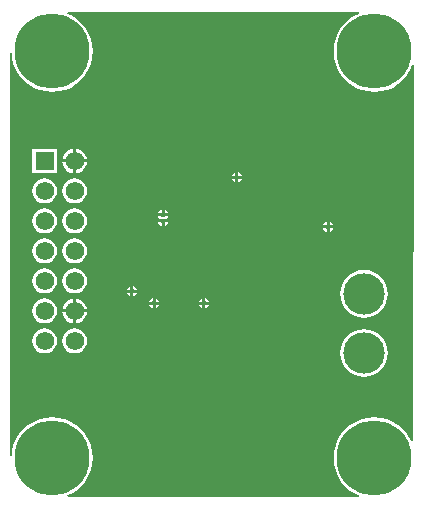
<source format=gbl>
%FSLAX24Y24*%
%MOIN*%
%SFA1B1*%

%IPPOS*%
%ADD20C,0.250000*%
%ADD21C,0.137800*%
%ADD22C,0.062000*%
%ADD23R,0.062000X0.062000*%
%ADD24C,0.015000*%
%LNpcb-1*%
%LPD*%
G36*
X21275Y23850D02*
X21170Y23807D01*
X20989Y23696*
X20827Y23558*
X20689Y23396*
X20578Y23215*
X20497Y23018*
X20447Y22812*
X20431Y22600*
X20447Y22388*
X20497Y22182*
X20578Y21985*
X20689Y21804*
X20827Y21642*
X20989Y21504*
X21170Y21393*
X21367Y21312*
X21573Y21263*
X21785Y21246*
X21997Y21263*
X22203Y21312*
X22400Y21393*
X22581Y21504*
X22743Y21642*
X22881Y21804*
X22992Y21985*
X23063Y22157*
X23113Y22147*
X23066Y9614*
X23017Y9604*
X22992Y9665*
X22881Y9846*
X22743Y10008*
X22581Y10146*
X22400Y10257*
X22203Y10338*
X21997Y10388*
X21785Y10404*
X21573Y10388*
X21367Y10338*
X21170Y10257*
X20989Y10146*
X20827Y10008*
X20689Y9846*
X20578Y9665*
X20497Y9468*
X20447Y9262*
X20431Y9050*
X20447Y8838*
X20497Y8632*
X20578Y8435*
X20689Y8254*
X20827Y8092*
X20989Y7954*
X21170Y7843*
X21275Y7800*
X21265Y7750*
X11570*
X11560Y7800*
X11665Y7843*
X11846Y7954*
X12008Y8092*
X12146Y8254*
X12257Y8435*
X12338Y8632*
X12387Y8838*
X12404Y9050*
X12387Y9262*
X12338Y9468*
X12257Y9665*
X12146Y9846*
X12008Y10008*
X11846Y10146*
X11665Y10257*
X11468Y10338*
X11262Y10388*
X11050Y10404*
X10838Y10388*
X10632Y10338*
X10435Y10257*
X10254Y10146*
X10092Y10008*
X9954Y9846*
X9843Y9665*
X9762Y9468*
X9712Y9262*
X9700Y9103*
X9650Y9105*
Y22545*
X9700Y22547*
X9712Y22388*
X9762Y22182*
X9843Y21985*
X9954Y21804*
X10092Y21642*
X10254Y21504*
X10435Y21393*
X10632Y21312*
X10838Y21263*
X11050Y21246*
X11262Y21263*
X11468Y21312*
X11665Y21393*
X11846Y21504*
X12008Y21642*
X12146Y21804*
X12257Y21985*
X12338Y22182*
X12387Y22388*
X12404Y22600*
X12387Y22812*
X12338Y23018*
X12257Y23215*
X12146Y23396*
X12008Y23558*
X11846Y23696*
X11665Y23807*
X11560Y23850*
X11570Y23900*
X21265*
X21275Y23850*
G37*
%LNpcb-2*%
%LPC*%
G36*
X16050Y14368D02*
X16032Y14365D01*
X15974Y14326*
X15935Y14268*
X15932Y14250*
X16050*
Y14368*
G37*
G36*
X16150D02*
Y14250D01*
X16268*
X16265Y14268*
X16226Y14326*
X16168Y14365*
X16150Y14368*
G37*
G36*
X14500D02*
Y14250D01*
X14618*
X14615Y14268*
X14576Y14326*
X14518Y14365*
X14500Y14368*
G37*
G36*
X16268Y14150D02*
X16150D01*
Y14032*
X16168Y14035*
X16226Y14074*
X16265Y14132*
X16268Y14150*
G37*
G36*
X14400Y14368D02*
X14382Y14365D01*
X14324Y14326*
X14285Y14268*
X14282Y14250*
X14400*
Y14368*
G37*
G36*
X13650Y14550D02*
X13532D01*
X13535Y14532*
X13574Y14474*
X13632Y14435*
X13650Y14432*
Y14550*
G37*
G36*
Y14768D02*
X13632Y14765D01*
X13574Y14726*
X13535Y14668*
X13532Y14650*
X13650*
Y14768*
G37*
G36*
X13750D02*
Y14650D01*
X13868*
X13865Y14668*
X13826Y14726*
X13768Y14765*
X13750Y14768*
G37*
G36*
X11800Y15364D02*
X11693Y15349D01*
X11593Y15308*
X11508Y15242*
X11442Y15157*
X11401Y15057*
X11386Y14950*
X11401Y14843*
X11442Y14743*
X11508Y14658*
X11593Y14592*
X11693Y14551*
X11800Y14536*
X11907Y14551*
X12007Y14592*
X12092Y14658*
X12158Y14743*
X12199Y14843*
X12214Y14950*
X12199Y15057*
X12158Y15157*
X12092Y15242*
X12007Y15308*
X11907Y15349*
X11800Y15364*
G37*
G36*
X13868Y14550D02*
X13750D01*
Y14432*
X13768Y14435*
X13826Y14474*
X13865Y14532*
X13868Y14550*
G37*
G36*
X10800Y15364D02*
X10693Y15349D01*
X10593Y15308*
X10508Y15242*
X10442Y15157*
X10401Y15057*
X10386Y14950*
X10401Y14843*
X10442Y14743*
X10508Y14658*
X10593Y14592*
X10693Y14551*
X10800Y14536*
X10907Y14551*
X11007Y14592*
X11092Y14658*
X11158Y14743*
X11199Y14843*
X11214Y14950*
X11199Y15057*
X11158Y15157*
X11092Y15242*
X11007Y15308*
X10907Y15349*
X10800Y15364*
G37*
G36*
X16050Y14150D02*
X15932D01*
X15935Y14132*
X15974Y14074*
X16032Y14035*
X16050Y14032*
Y14150*
G37*
G36*
X10800Y14364D02*
X10693Y14349D01*
X10593Y14308*
X10508Y14242*
X10442Y14157*
X10401Y14057*
X10386Y13950*
X10401Y13843*
X10442Y13743*
X10508Y13658*
X10593Y13592*
X10693Y13551*
X10800Y13536*
X10907Y13551*
X11007Y13592*
X11092Y13658*
X11158Y13743*
X11199Y13843*
X11214Y13950*
X11199Y14057*
X11158Y14157*
X11092Y14242*
X11007Y14308*
X10907Y14349*
X10800Y14364*
G37*
G36*
X11750Y13900D02*
X11393D01*
X11401Y13843*
X11442Y13743*
X11508Y13658*
X11593Y13592*
X11693Y13551*
X11750Y13543*
Y13900*
G37*
G36*
X11800Y13364D02*
X11693Y13349D01*
X11593Y13308*
X11508Y13242*
X11442Y13157*
X11401Y13057*
X11386Y12950*
X11401Y12843*
X11442Y12743*
X11508Y12658*
X11593Y12592*
X11693Y12551*
X11800Y12536*
X11907Y12551*
X12007Y12592*
X12092Y12658*
X12158Y12743*
X12199Y12843*
X12214Y12950*
X12199Y13057*
X12158Y13157*
X12092Y13242*
X12007Y13308*
X11907Y13349*
X11800Y13364*
G37*
G36*
X21450Y13343D02*
X21295Y13328D01*
X21147Y13282*
X21010Y13209*
X20889Y13111*
X20791Y12990*
X20718Y12853*
X20672Y12705*
X20657Y12550*
X20672Y12395*
X20718Y12247*
X20791Y12110*
X20889Y11989*
X21010Y11891*
X21147Y11818*
X21295Y11772*
X21450Y11757*
X21605Y11772*
X21753Y11818*
X21890Y11891*
X22011Y11989*
X22109Y12110*
X22182Y12247*
X22228Y12395*
X22243Y12550*
X22228Y12705*
X22182Y12853*
X22109Y12990*
X22011Y13111*
X21890Y13209*
X21753Y13282*
X21605Y13328*
X21450Y13343*
G37*
G36*
X10800Y13364D02*
X10693Y13349D01*
X10593Y13308*
X10508Y13242*
X10442Y13157*
X10401Y13057*
X10386Y12950*
X10401Y12843*
X10442Y12743*
X10508Y12658*
X10593Y12592*
X10693Y12551*
X10800Y12536*
X10907Y12551*
X11007Y12592*
X11092Y12658*
X11158Y12743*
X11199Y12843*
X11214Y12950*
X11199Y13057*
X11158Y13157*
X11092Y13242*
X11007Y13308*
X10907Y13349*
X10800Y13364*
G37*
G36*
X12207Y13900D02*
X11850D01*
Y13543*
X11907Y13551*
X12007Y13592*
X12092Y13658*
X12158Y13743*
X12199Y13843*
X12207Y13900*
G37*
G36*
X14400Y14150D02*
X14282D01*
X14285Y14132*
X14324Y14074*
X14382Y14035*
X14400Y14032*
Y14150*
G37*
G36*
X14618D02*
X14500D01*
Y14032*
X14518Y14035*
X14576Y14074*
X14615Y14132*
X14618Y14150*
G37*
G36*
X11850Y14357D02*
Y14000D01*
X12207*
X12199Y14057*
X12158Y14157*
X12092Y14242*
X12007Y14308*
X11907Y14349*
X11850Y14357*
G37*
G36*
X21450Y15311D02*
X21295Y15296D01*
X21147Y15251*
X21010Y15178*
X20889Y15079*
X20791Y14959*
X20718Y14822*
X20672Y14673*
X20657Y14519*
X20672Y14364*
X20718Y14215*
X20791Y14078*
X20889Y13958*
X21010Y13859*
X21147Y13786*
X21295Y13741*
X21450Y13726*
X21605Y13741*
X21753Y13786*
X21890Y13859*
X22011Y13958*
X22109Y14078*
X22182Y14215*
X22228Y14364*
X22243Y14519*
X22228Y14673*
X22182Y14822*
X22109Y14959*
X22011Y15079*
X21890Y15178*
X21753Y15251*
X21605Y15296*
X21450Y15311*
G37*
G36*
X11750Y14357D02*
X11693Y14349D01*
X11593Y14308*
X11508Y14242*
X11442Y14157*
X11401Y14057*
X11393Y14000*
X11750*
Y14357*
G37*
G36*
X10800Y16364D02*
X10693Y16349D01*
X10593Y16308*
X10508Y16242*
X10442Y16157*
X10401Y16057*
X10386Y15950*
X10401Y15843*
X10442Y15743*
X10508Y15658*
X10593Y15592*
X10693Y15551*
X10800Y15536*
X10907Y15551*
X11007Y15592*
X11092Y15658*
X11158Y15743*
X11199Y15843*
X11214Y15950*
X11199Y16057*
X11158Y16157*
X11092Y16242*
X11007Y16308*
X10907Y16349*
X10800Y16364*
G37*
G36*
X17368Y18350D02*
X17250D01*
Y18232*
X17268Y18235*
X17326Y18274*
X17365Y18332*
X17368Y18350*
G37*
G36*
X17150Y18568D02*
X17132Y18565D01*
X17074Y18526*
X17035Y18468*
X17032Y18450*
X17150*
Y18568*
G37*
G36*
Y18350D02*
X17032D01*
X17035Y18332*
X17074Y18274*
X17132Y18235*
X17150Y18232*
Y18350*
G37*
G36*
X10800Y18364D02*
X10693Y18349D01*
X10593Y18308*
X10508Y18242*
X10442Y18157*
X10401Y18057*
X10386Y17950*
X10401Y17843*
X10442Y17743*
X10508Y17658*
X10593Y17592*
X10693Y17551*
X10800Y17536*
X10907Y17551*
X11007Y17592*
X11092Y17658*
X11158Y17743*
X11199Y17843*
X11214Y17950*
X11199Y18057*
X11158Y18157*
X11092Y18242*
X11007Y18308*
X10907Y18349*
X10800Y18364*
G37*
G36*
X11800D02*
X11693Y18349D01*
X11593Y18308*
X11508Y18242*
X11442Y18157*
X11401Y18057*
X11386Y17950*
X11401Y17843*
X11442Y17743*
X11508Y17658*
X11593Y17592*
X11693Y17551*
X11800Y17536*
X11907Y17551*
X12007Y17592*
X12092Y17658*
X12158Y17743*
X12199Y17843*
X12214Y17950*
X12199Y18057*
X12158Y18157*
X12092Y18242*
X12007Y18308*
X11907Y18349*
X11800Y18364*
G37*
G36*
X17250Y18568D02*
Y18450D01*
X17368*
X17365Y18468*
X17326Y18526*
X17268Y18565*
X17250Y18568*
G37*
G36*
X11750Y19357D02*
X11693Y19349D01*
X11593Y19308*
X11508Y19242*
X11442Y19157*
X11401Y19057*
X11393Y19000*
X11750*
Y19357*
G37*
G36*
X11850D02*
Y19000D01*
X12207*
X12199Y19057*
X12158Y19157*
X12092Y19242*
X12007Y19308*
X11907Y19349*
X11850Y19357*
G37*
G36*
X12207Y18900D02*
X11850D01*
Y18543*
X11907Y18551*
X12007Y18592*
X12092Y18658*
X12158Y18743*
X12199Y18843*
X12207Y18900*
G37*
G36*
X11210Y19360D02*
X10390D01*
Y18540*
X11210*
Y19360*
G37*
G36*
X11750Y18900D02*
X11393D01*
X11401Y18843*
X11442Y18743*
X11508Y18658*
X11593Y18592*
X11693Y18551*
X11750Y18543*
Y18900*
G37*
G36*
X14800Y17318D02*
Y17200D01*
X14918*
X14915Y17218*
X14876Y17276*
X14818Y17315*
X14800Y17318*
G37*
G36*
X20200Y16700D02*
X20082D01*
X20085Y16682*
X20124Y16624*
X20182Y16585*
X20200Y16582*
Y16700*
G37*
G36*
X20418D02*
X20300D01*
Y16582*
X20318Y16585*
X20376Y16624*
X20415Y16682*
X20418Y16700*
G37*
G36*
X11800Y17364D02*
X11693Y17349D01*
X11593Y17308*
X11508Y17242*
X11442Y17157*
X11401Y17057*
X11386Y16950*
X11401Y16843*
X11442Y16743*
X11508Y16658*
X11593Y16592*
X11693Y16551*
X11800Y16536*
X11907Y16551*
X12007Y16592*
X12092Y16658*
X12158Y16743*
X12199Y16843*
X12214Y16950*
X12199Y17057*
X12158Y17157*
X12092Y17242*
X12007Y17308*
X11907Y17349*
X11800Y17364*
G37*
G36*
Y16364D02*
X11693Y16349D01*
X11593Y16308*
X11508Y16242*
X11442Y16157*
X11401Y16057*
X11386Y15950*
X11401Y15843*
X11442Y15743*
X11508Y15658*
X11593Y15592*
X11693Y15551*
X11800Y15536*
X11907Y15551*
X12007Y15592*
X12092Y15658*
X12158Y15743*
X12199Y15843*
X12214Y15950*
X12199Y16057*
X12158Y16157*
X12092Y16242*
X12007Y16308*
X11907Y16349*
X11800Y16364*
G37*
G36*
X10800Y17364D02*
X10693Y17349D01*
X10593Y17308*
X10508Y17242*
X10442Y17157*
X10401Y17057*
X10386Y16950*
X10401Y16843*
X10442Y16743*
X10508Y16658*
X10593Y16592*
X10693Y16551*
X10800Y16536*
X10907Y16551*
X11007Y16592*
X11092Y16658*
X11158Y16743*
X11199Y16843*
X11214Y16950*
X11199Y17057*
X11158Y17157*
X11092Y17242*
X11007Y17308*
X10907Y17349*
X10800Y17364*
G37*
G36*
X14700Y16900D02*
X14582D01*
X14585Y16882*
X14624Y16824*
X14682Y16785*
X14700Y16782*
Y16900*
G37*
G36*
X14918Y17100D02*
X14582D01*
X14585Y17082*
X14606Y17050*
X14585Y17018*
X14582Y17000*
X14918*
X14915Y17018*
X14894Y17050*
X14915Y17082*
X14918Y17100*
G37*
G36*
X14700Y17318D02*
X14682Y17315D01*
X14624Y17276*
X14585Y17218*
X14582Y17200*
X14700*
Y17318*
G37*
G36*
X20300Y16918D02*
Y16800D01*
X20418*
X20415Y16818*
X20376Y16876*
X20318Y16915*
X20300Y16918*
G37*
G36*
X14918Y16900D02*
X14800D01*
Y16782*
X14818Y16785*
X14876Y16824*
X14915Y16882*
X14918Y16900*
G37*
G36*
X20200Y16918D02*
X20182Y16915D01*
X20124Y16876*
X20085Y16818*
X20082Y16800*
X20200*
Y16918*
G37*
%LNpcb-3*%
%LPD*%
G54D20*
X11050Y22600D03*
X21785D03*
Y9050D03*
X11050D03*
G54D21*
X21450Y14519D03*
Y12550D03*
G54D22*
X11800Y18950D03*
Y16950D03*
Y15950D03*
X10800D03*
X11800Y14950D03*
X10800D03*
X11800Y13950D03*
X10800D03*
X11800Y12950D03*
X10800D03*
X11800Y17950D03*
X10800Y16950D03*
Y17950D03*
G54D23*
X10800Y18950D03*
G54D24*
X13100Y16150D03*
X14450Y14200D03*
X14750Y17150D03*
Y16950D03*
X13700Y14600D03*
X16100Y14200D03*
X20250Y16750D03*
M02*
</source>
